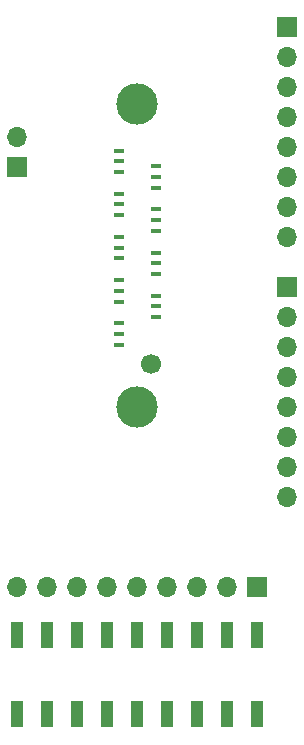
<source format=gts>
%TF.GenerationSoftware,KiCad,Pcbnew,7.0.5-94-gd77180d9b5*%
%TF.CreationDate,2023-06-13T20:43:17-05:00*%
%TF.ProjectId,Tek P6860 Adapter v.2,54656b20-5036-4383-9630-204164617074,rev?*%
%TF.SameCoordinates,Original*%
%TF.FileFunction,Soldermask,Top*%
%TF.FilePolarity,Negative*%
%FSLAX46Y46*%
G04 Gerber Fmt 4.6, Leading zero omitted, Abs format (unit mm)*
G04 Created by KiCad (PCBNEW 7.0.5-94-gd77180d9b5) date 2023-06-13 20:43:17*
%MOMM*%
%LPD*%
G01*
G04 APERTURE LIST*
%ADD10R,1.700000X1.700000*%
%ADD11O,1.700000X1.700000*%
%ADD12C,3.500000*%
%ADD13C,1.700000*%
%ADD14R,0.810000X0.410000*%
%ADD15R,1.120000X2.160000*%
G04 APERTURE END LIST*
D10*
%TO.C,J3*%
X21082000Y-31242000D03*
D11*
X21082000Y-28702000D03*
%TD*%
D12*
%TO.C,J4*%
X31242000Y-25912000D03*
D13*
X32385000Y-47882000D03*
D12*
X31242000Y-51562000D03*
D14*
X29677000Y-46302000D03*
X29677000Y-45387000D03*
X29677000Y-44482000D03*
X29677000Y-42642000D03*
X29677000Y-41732000D03*
X29677000Y-40822000D03*
X29677000Y-38977000D03*
X29677000Y-38072000D03*
X29677000Y-37162000D03*
X29677000Y-35322000D03*
X29677000Y-34407000D03*
X29677000Y-33502000D03*
X29677000Y-31667000D03*
X29677000Y-30757000D03*
X29677000Y-29847000D03*
X32807000Y-43962000D03*
X32807000Y-43052000D03*
X32812000Y-42142000D03*
X32812000Y-40302000D03*
X32812000Y-39392000D03*
X32812000Y-38482000D03*
X32812000Y-36647000D03*
X32812000Y-35742000D03*
X32812000Y-34832000D03*
X32807000Y-32992000D03*
X32807000Y-32082000D03*
X32812000Y-31172000D03*
%TD*%
D15*
%TO.C,SW1*%
X41402000Y-70866000D03*
X38862000Y-70866000D03*
X36322000Y-70866000D03*
X33782000Y-70866000D03*
X31242000Y-70866000D03*
X28702000Y-70866000D03*
X26162000Y-70866000D03*
X23622000Y-70866000D03*
X21082000Y-70866000D03*
X21082000Y-77596000D03*
X23622000Y-77596000D03*
X26162000Y-77596000D03*
X28702000Y-77596000D03*
X31242000Y-77596000D03*
X33782000Y-77596000D03*
X36322000Y-77596000D03*
X38862000Y-77596000D03*
X41402000Y-77596000D03*
%TD*%
D10*
%TO.C,J5*%
X41402000Y-66802000D03*
D11*
X38862000Y-66802000D03*
X36322000Y-66802000D03*
X33782000Y-66802000D03*
X31242000Y-66802000D03*
X28702000Y-66802000D03*
X26162000Y-66802000D03*
X23622000Y-66802000D03*
X21082000Y-66802000D03*
%TD*%
D10*
%TO.C,J2*%
X43942000Y-19427000D03*
D11*
X43942000Y-21967000D03*
X43942000Y-24507000D03*
X43942000Y-27047000D03*
X43942000Y-29587000D03*
X43942000Y-32127000D03*
X43942000Y-34667000D03*
X43942000Y-37207000D03*
%TD*%
D10*
%TO.C,J1*%
X43942000Y-41427400D03*
D11*
X43942000Y-43967400D03*
X43942000Y-46507400D03*
X43942000Y-49047400D03*
X43942000Y-51587400D03*
X43942000Y-54127400D03*
X43942000Y-56667400D03*
X43942000Y-59207400D03*
%TD*%
M02*

</source>
